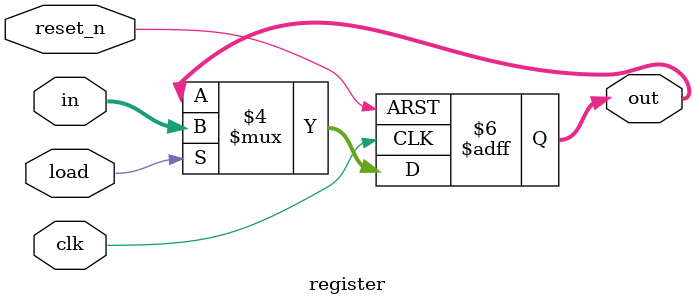
<source format=v>
/*
một ô nhớ 32bit 
luu lại gia trị ở cạnh lên xung clock và load = 1
reset về không nếu reset 1 -> 0
*/
module   register 
#(
    parameter SIZE = 32
)
(
    input clk,
    input reset_n,
     // load tin hieu cho phep luu lai
    input load,
    input [SIZE-1:0] in,
    output reg[SIZE-1:0] out
);
    always @(negedge reset_n, negedge clk) begin
        if(!reset_n) begin
            out = 32'b0;
        end else if (load) begin
            out = in;
        end
        
    end
endmodule
</source>
